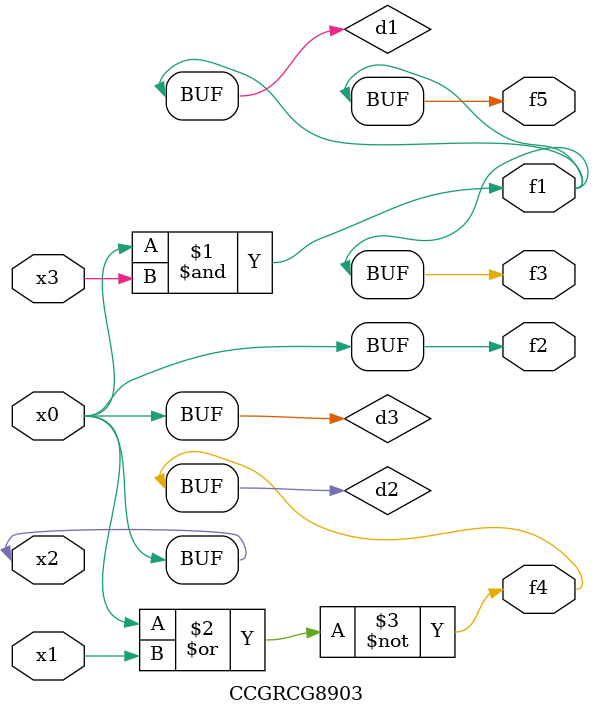
<source format=v>
module CCGRCG8903(
	input x0, x1, x2, x3,
	output f1, f2, f3, f4, f5
);

	wire d1, d2, d3;

	and (d1, x2, x3);
	nor (d2, x0, x1);
	buf (d3, x0, x2);
	assign f1 = d1;
	assign f2 = d3;
	assign f3 = d1;
	assign f4 = d2;
	assign f5 = d1;
endmodule

</source>
